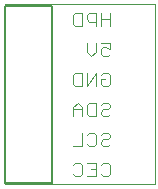
<source format=gbo>
G75*
%MOIN*%
%OFA0B0*%
%FSLAX25Y25*%
%IPPOS*%
%LPD*%
%AMOC8*
5,1,8,0,0,1.08239X$1,22.5*
%
%ADD10C,0.00000*%
%ADD11C,0.00400*%
%ADD12C,0.00500*%
D10*
X0005000Y0001500D02*
X0055000Y0001500D01*
X0055000Y0061500D01*
X0005000Y0061500D01*
X0005000Y0001500D01*
D11*
X0027835Y0004967D02*
X0028602Y0004200D01*
X0030137Y0004200D01*
X0030904Y0004967D01*
X0030904Y0008037D01*
X0030137Y0008804D01*
X0028602Y0008804D01*
X0027835Y0008037D01*
X0032439Y0008804D02*
X0035508Y0008804D01*
X0035508Y0004200D01*
X0032439Y0004200D01*
X0033973Y0006502D02*
X0035508Y0006502D01*
X0037043Y0008037D02*
X0037810Y0008804D01*
X0039344Y0008804D01*
X0040112Y0008037D01*
X0040112Y0004967D01*
X0039344Y0004200D01*
X0037810Y0004200D01*
X0037043Y0004967D01*
X0037810Y0014200D02*
X0039344Y0014200D01*
X0040112Y0014967D01*
X0039344Y0016502D02*
X0037810Y0016502D01*
X0037043Y0015735D01*
X0037043Y0014967D01*
X0037810Y0014200D01*
X0035508Y0014967D02*
X0034741Y0014200D01*
X0033206Y0014200D01*
X0032439Y0014967D01*
X0030904Y0014200D02*
X0027835Y0014200D01*
X0030904Y0014200D02*
X0030904Y0018804D01*
X0032439Y0018037D02*
X0033206Y0018804D01*
X0034741Y0018804D01*
X0035508Y0018037D01*
X0035508Y0014967D01*
X0037043Y0018037D02*
X0037810Y0018804D01*
X0039344Y0018804D01*
X0040112Y0018037D01*
X0040112Y0017269D01*
X0039344Y0016502D01*
X0039344Y0024200D02*
X0037810Y0024200D01*
X0037043Y0024967D01*
X0037043Y0025735D01*
X0037810Y0026502D01*
X0039344Y0026502D01*
X0040112Y0027269D01*
X0040112Y0028037D01*
X0039344Y0028804D01*
X0037810Y0028804D01*
X0037043Y0028037D01*
X0035508Y0028804D02*
X0033206Y0028804D01*
X0032439Y0028037D01*
X0032439Y0024967D01*
X0033206Y0024200D01*
X0035508Y0024200D01*
X0035508Y0028804D01*
X0039344Y0024200D02*
X0040112Y0024967D01*
X0039344Y0034200D02*
X0037810Y0034200D01*
X0037043Y0034967D01*
X0037043Y0036502D01*
X0038577Y0036502D01*
X0040112Y0038037D02*
X0040112Y0034967D01*
X0039344Y0034200D01*
X0040112Y0038037D02*
X0039344Y0038804D01*
X0037810Y0038804D01*
X0037043Y0038037D01*
X0035508Y0038804D02*
X0032439Y0034200D01*
X0032439Y0038804D01*
X0030904Y0038804D02*
X0028602Y0038804D01*
X0027835Y0038037D01*
X0027835Y0034967D01*
X0028602Y0034200D01*
X0030904Y0034200D01*
X0030904Y0038804D01*
X0035508Y0038804D02*
X0035508Y0034200D01*
X0029369Y0028804D02*
X0030904Y0027269D01*
X0030904Y0024200D01*
X0030904Y0026502D02*
X0027835Y0026502D01*
X0027835Y0027269D02*
X0027835Y0024200D01*
X0027835Y0027269D02*
X0029369Y0028804D01*
X0033973Y0044200D02*
X0032439Y0045735D01*
X0032439Y0048804D01*
X0035508Y0048804D02*
X0035508Y0045735D01*
X0033973Y0044200D01*
X0037043Y0044967D02*
X0037810Y0044200D01*
X0039344Y0044200D01*
X0040112Y0044967D01*
X0040112Y0046502D02*
X0038577Y0047269D01*
X0037810Y0047269D01*
X0037043Y0046502D01*
X0037043Y0044967D01*
X0040112Y0046502D02*
X0040112Y0048804D01*
X0037043Y0048804D01*
X0037043Y0054200D02*
X0037043Y0058804D01*
X0035508Y0058804D02*
X0033206Y0058804D01*
X0032439Y0058037D01*
X0032439Y0056502D01*
X0033206Y0055735D01*
X0035508Y0055735D01*
X0035508Y0054200D02*
X0035508Y0058804D01*
X0037043Y0056502D02*
X0040112Y0056502D01*
X0040112Y0054200D02*
X0040112Y0058804D01*
X0030904Y0058804D02*
X0030904Y0054200D01*
X0028602Y0054200D01*
X0027835Y0054967D01*
X0027835Y0058037D01*
X0028602Y0058804D01*
X0030904Y0058804D01*
D12*
X0020748Y0061028D02*
X0020748Y0001972D01*
X0005000Y0001972D01*
X0005000Y0061028D01*
X0020748Y0061028D01*
M02*

</source>
